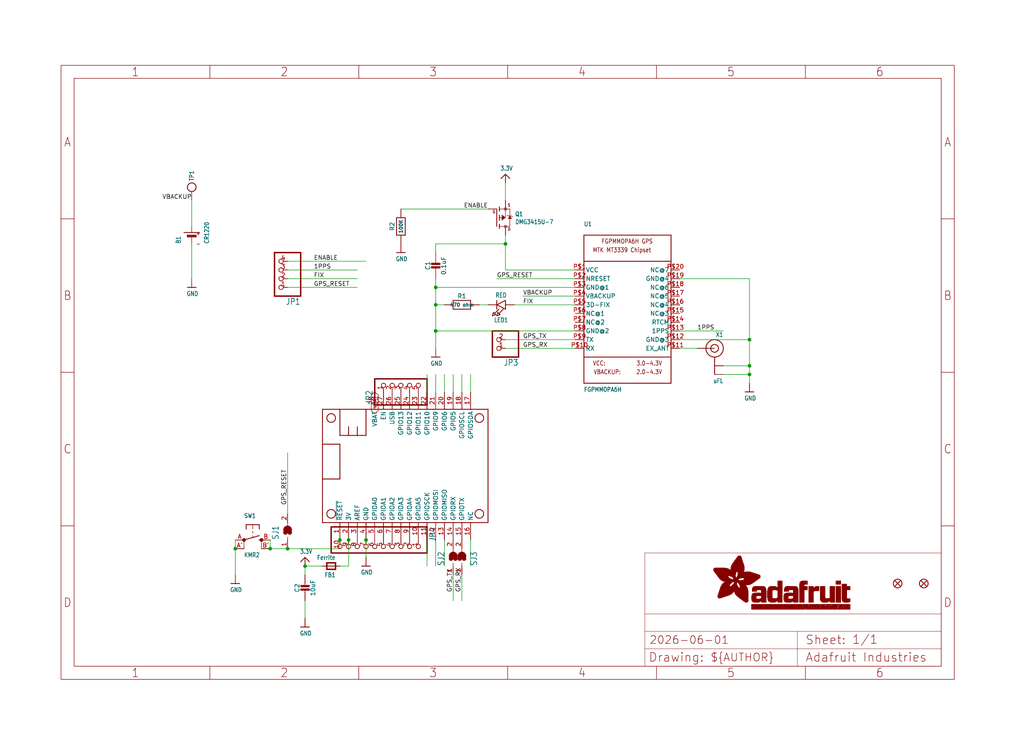
<source format=kicad_sch>
(kicad_sch (version 20230121) (generator eeschema)
  (paper "User" 298.45 217.322)
  (lib_symbols
    (symbol "working-eagle-import:3.3V" (power)
      (property "Value" "3.3V" (at -1.524 1.016 0))
      (symbol "3.3V_1_0"
        (pin power_in line (at 0 -2.54 90) (length 2.54) (name "3.3V") (number "1"))
      )
    )
    (symbol "working-eagle-import:ANTENNA_U.FL"
      (property "Reference" "X" (at -2.54 3.302 0))
      (symbol "ANTENNA_U.FL_1_0"
        (pin passive line (at -2.54 -5.08 0) (length 2.54) (name "GND@0") (number "1"))
        (pin passive line (at -2.54 -7.62 0) (length 2.54) (name "GND@1") (number "2"))
        (pin passive line (at 5.08 0 180) (length 5.08) (name "SIGNAL") (number "3"))
      )
    )
    (symbol "working-eagle-import:BATTERYCR1220_2"
      (property "Reference" "B" (at -2.54 3.175 0))
      (symbol "BATTERYCR1220_2_1_0"
        (text "+" (at 1.27 -1.143 900) (effects (font (size 1.27 1.0795)) (justify right top)))
        (text "-" (at -1.778 -1.143 900) (effects (font (size 1.27 1.0795)) (justify right top)))
        (pin passive line (at 2.54 0 180) (length 0) (name "+") (number "+"))
        (pin passive line (at -2.54 0 0) (length 0) (name "-") (number "-"))
      )
    )
    (symbol "working-eagle-import:CAP_CERAMIC0805-NOOUTLINE"
      (property "Reference" "C" (at -2.29 1.25 90))
      (symbol "CAP_CERAMIC0805-NOOUTLINE_1_0"
        (pin passive line (at 0 5.08 270) (length 2.54) (name "1") (number "1"))
        (pin passive line (at 0 -2.54 90) (length 2.54) (name "2") (number "2"))
      )
    )
    (symbol "working-eagle-import:FEATHERWING"
      (symbol "FEATHERWING_1_0"
        (pin input line (at 5.08 -5.08 90) (length 5.08) (name "~{RESET}") (number "1"))
        (pin bidirectional line (at 27.94 -5.08 90) (length 5.08) (name "GPIOA5") (number "10"))
        (pin bidirectional line (at 30.48 -5.08 90) (length 5.08) (name "GPIOSCK") (number "11"))
        (pin bidirectional line (at 33.02 -5.08 90) (length 5.08) (name "GPIOMOSI") (number "12"))
        (pin bidirectional line (at 35.56 -5.08 90) (length 5.08) (name "GPIOMISO") (number "13"))
        (pin bidirectional line (at 38.1 -5.08 90) (length 5.08) (name "GPIORX") (number "14"))
        (pin bidirectional line (at 40.64 -5.08 90) (length 5.08) (name "GPIOTX") (number "15"))
        (pin passive line (at 43.18 -5.08 90) (length 5.08) (name "NC") (number "16"))
        (pin bidirectional line (at 43.18 38.1 270) (length 5.08) (name "GPIOSDA") (number "17"))
        (pin bidirectional line (at 40.64 38.1 270) (length 5.08) (name "GPIOSCL") (number "18"))
        (pin bidirectional line (at 38.1 38.1 270) (length 5.08) (name "GPIO5") (number "19"))
        (pin power_in line (at 7.62 -5.08 90) (length 5.08) (name "3V") (number "2"))
        (pin bidirectional line (at 35.56 38.1 270) (length 5.08) (name "GPIO6") (number "20"))
        (pin bidirectional line (at 33.02 38.1 270) (length 5.08) (name "GPIO9") (number "21"))
        (pin bidirectional line (at 30.48 38.1 270) (length 5.08) (name "GPIO10") (number "22"))
        (pin bidirectional line (at 27.94 38.1 270) (length 5.08) (name "GPIO11") (number "23"))
        (pin bidirectional line (at 25.4 38.1 270) (length 5.08) (name "GPIO12") (number "24"))
        (pin bidirectional line (at 22.86 38.1 270) (length 5.08) (name "GPIO13") (number "25"))
        (pin power_in line (at 20.32 38.1 270) (length 5.08) (name "USB") (number "26"))
        (pin passive line (at 17.78 38.1 270) (length 5.08) (name "EN") (number "27"))
        (pin power_in line (at 15.24 38.1 270) (length 5.08) (name "VBAT") (number "28"))
        (pin passive line (at 10.16 -5.08 90) (length 5.08) (name "AREF") (number "3"))
        (pin power_in line (at 12.7 -5.08 90) (length 5.08) (name "GND") (number "4"))
        (pin bidirectional line (at 15.24 -5.08 90) (length 5.08) (name "GPIOA0") (number "5"))
        (pin bidirectional line (at 17.78 -5.08 90) (length 5.08) (name "GPIOA1") (number "6"))
        (pin bidirectional line (at 20.32 -5.08 90) (length 5.08) (name "GPIOA2") (number "7"))
        (pin bidirectional line (at 22.86 -5.08 90) (length 5.08) (name "GPIOA3") (number "8"))
        (pin bidirectional line (at 25.4 -5.08 90) (length 5.08) (name "GPIOA4") (number "9"))
      )
    )
    (symbol "working-eagle-import:FERRITE-0805NO"
      (property "Reference" "FB" (at -1.27 1.905 0))
      (symbol "FERRITE-0805NO_1_0"
        (pin passive line (at -2.54 0 0) (length 2.54) (name "P$1") (number "1"))
        (pin passive line (at 2.54 0 180) (length 2.54) (name "P$2") (number "2"))
      )
    )
    (symbol "working-eagle-import:FIDUCIAL{dblquote}{dblquote}")
    (symbol "working-eagle-import:FRAME_A4_ADAFRUIT"
      (symbol "FRAME_A4_ADAFRUIT_1_0"
        (text "${#}/${##}" (at 230.505 10.16 0) (effects (font (size 2.54 2.54)) (justify left bottom)))
        (text "${AUTHOR}" (at 189.23 5.08 0) (effects (font (size 2.286 2.286)) (justify left bottom)))
        (text "${CURRENT_DATE}" (at 171.45 10.16 0) (effects (font (size 2.286 2.286)) (justify left bottom)))
        (text "${PROJECTNAME}" (at 171.45 15.24 0) (effects (font (size 2.54 2.54)) (justify left bottom)))
        (text "1" (at 21.6958 1.905 0) (effects (font (size 2.54 2.286))))
        (text "1" (at 21.6958 177.165 0) (effects (font (size 2.54 2.286))))
        (text "2" (at 65.0875 1.905 0) (effects (font (size 2.54 2.286))))
        (text "2" (at 65.0875 177.165 0) (effects (font (size 2.54 2.286))))
        (text "3" (at 108.4792 1.905 0) (effects (font (size 2.54 2.286))))
        (text "3" (at 108.4792 177.165 0) (effects (font (size 2.54 2.286))))
        (text "4" (at 151.8708 1.905 0) (effects (font (size 2.54 2.286))))
        (text "4" (at 151.8708 177.165 0) (effects (font (size 2.54 2.286))))
        (text "5" (at 195.2625 1.905 0) (effects (font (size 2.54 2.286))))
        (text "5" (at 195.2625 177.165 0) (effects (font (size 2.54 2.286))))
        (text "6" (at 238.6542 1.905 0) (effects (font (size 2.54 2.286))))
        (text "6" (at 238.6542 177.165 0) (effects (font (size 2.54 2.286))))
        (text "A" (at 1.905 156.6863 0) (effects (font (size 2.54 2.286))))
        (text "A" (at 258.445 156.6863 0) (effects (font (size 2.54 2.286))))
        (text "Adafruit Industries" (at 216.916 4.953 0) (effects (font (size 2.54 2.54)) (justify left bottom)))
        (text "B" (at 1.905 111.9188 0) (effects (font (size 2.54 2.286))))
        (text "B" (at 258.445 111.9188 0) (effects (font (size 2.54 2.286))))
        (text "C" (at 1.905 67.1513 0) (effects (font (size 2.54 2.286))))
        (text "C" (at 258.445 67.1513 0) (effects (font (size 2.54 2.286))))
        (text "D" (at 1.905 22.3838 0) (effects (font (size 2.54 2.286))))
        (text "D" (at 258.445 22.3838 0) (effects (font (size 2.54 2.286))))
        (text "Drawing:" (at 171.196 4.953 0) (effects (font (size 2.54 2.54)) (justify left bottom)))
        (text "Sheet:" (at 216.916 10.033 0) (effects (font (size 2.54 2.54)) (justify left bottom)))
      )
    )
    (symbol "working-eagle-import:GND" (power)
      (property "Value" "GND" (at -1.524 -2.54 0))
      (symbol "GND_1_0"
        (pin power_in line (at 0 2.54 270) (length 2.54) (name "GND") (number "1"))
      )
    )
    (symbol "working-eagle-import:GPS_FGPMMOPA6H"
      (property "Reference" "U" (at -12.7 22.86 0))
      (symbol "GPS_FGPMMOPA6H_1_0"
        (text "2.0-4.3V" (at 2.54 -20.32 0) (effects (font (size 1.27 1.0795)) (justify left bottom)))
        (text "3.0-4.3V" (at 2.54 -17.78 0) (effects (font (size 1.27 1.0795)) (justify left bottom)))
        (text "FGPMMOPA6H GPS" (at -7.62 17.78 0) (effects (font (size 1.27 1.0795)) (justify left bottom)))
        (text "MTK MT3339 Chipset" (at -10.16 15.24 0) (effects (font (size 1.27 1.0795)) (justify left bottom)))
        (text "VBACKUP:" (at -9.906 -20.32 0) (effects (font (size 1.27 1.0795)) (justify left bottom)))
        (text "VCC:" (at -10.16 -17.78 0) (effects (font (size 1.27 1.0795)) (justify left bottom)))
        (pin bidirectional line (at -15.24 10.16 0) (length 2.54) (name "VCC") (number "P$1"))
        (pin bidirectional line (at -15.24 -12.7 0) (length 2.54) (name "RX") (number "P$10"))
        (pin bidirectional line (at 15.24 -12.7 180) (length 2.54) (name "EX_ANT") (number "P$11"))
        (pin bidirectional line (at 15.24 -10.16 180) (length 2.54) (name "GND@3") (number "P$12"))
        (pin bidirectional line (at 15.24 -7.62 180) (length 2.54) (name "1PPS") (number "P$13"))
        (pin bidirectional line (at 15.24 -5.08 180) (length 2.54) (name "RTCM") (number "P$14"))
        (pin bidirectional line (at 15.24 -2.54 180) (length 2.54) (name "NC@3") (number "P$15"))
        (pin bidirectional line (at 15.24 0 180) (length 2.54) (name "NC@4") (number "P$16"))
        (pin bidirectional line (at 15.24 2.54 180) (length 2.54) (name "NC@5") (number "P$17"))
        (pin bidirectional line (at 15.24 5.08 180) (length 2.54) (name "NC@6") (number "P$18"))
        (pin bidirectional line (at 15.24 7.62 180) (length 2.54) (name "GND@4") (number "P$19"))
        (pin bidirectional line (at -15.24 7.62 0) (length 2.54) (name "NRESET") (number "P$2"))
        (pin bidirectional line (at 15.24 10.16 180) (length 2.54) (name "NC@7") (number "P$20"))
        (pin bidirectional line (at -15.24 5.08 0) (length 2.54) (name "GND@1") (number "P$3"))
        (pin bidirectional line (at -15.24 2.54 0) (length 2.54) (name "VBACKUP") (number "P$4"))
        (pin bidirectional line (at -15.24 0 0) (length 2.54) (name "3D-FIX") (number "P$5"))
        (pin bidirectional line (at -15.24 -2.54 0) (length 2.54) (name "NC@1") (number "P$6"))
        (pin bidirectional line (at -15.24 -5.08 0) (length 2.54) (name "NC@2") (number "P$7"))
        (pin bidirectional line (at -15.24 -7.62 0) (length 2.54) (name "GND@2") (number "P$8"))
        (pin bidirectional line (at -15.24 -10.16 0) (length 2.54) (name "TX") (number "P$9"))
      )
    )
    (symbol "working-eagle-import:HEADER-1X10ROUND"
      (property "Reference" "JP" (at -6.35 13.335 0))
      (symbol "HEADER-1X10ROUND_1_0"
        (pin passive inverted (at -2.54 10.16 0) (length 2.54) (name "1") (number "1"))
        (pin passive inverted (at -2.54 -12.7 0) (length 2.54) (name "10") (number "10"))
        (pin passive inverted (at -2.54 7.62 0) (length 2.54) (name "2") (number "2"))
        (pin passive inverted (at -2.54 5.08 0) (length 2.54) (name "3") (number "3"))
        (pin passive inverted (at -2.54 2.54 0) (length 2.54) (name "4") (number "4"))
        (pin passive inverted (at -2.54 0 0) (length 2.54) (name "5") (number "5"))
        (pin passive inverted (at -2.54 -2.54 0) (length 2.54) (name "6") (number "6"))
        (pin passive inverted (at -2.54 -5.08 0) (length 2.54) (name "7") (number "7"))
        (pin passive inverted (at -2.54 -7.62 0) (length 2.54) (name "8") (number "8"))
        (pin passive inverted (at -2.54 -10.16 0) (length 2.54) (name "9") (number "9"))
      )
    )
    (symbol "working-eagle-import:HEADER-1X2ROUND"
      (property "Reference" "JP" (at -6.35 5.715 0))
      (symbol "HEADER-1X2ROUND_1_0"
        (pin passive inverted (at -2.54 2.54 0) (length 2.54) (name "1") (number "1"))
        (pin passive inverted (at -2.54 0 0) (length 2.54) (name "2") (number "2"))
      )
    )
    (symbol "working-eagle-import:HEADER-1X4ROUND"
      (property "Reference" "JP" (at -6.35 8.255 0))
      (symbol "HEADER-1X4ROUND_1_0"
        (pin passive inverted (at -2.54 5.08 0) (length 2.54) (name "1") (number "1"))
        (pin passive inverted (at -2.54 2.54 0) (length 2.54) (name "2") (number "2"))
        (pin passive inverted (at -2.54 0 0) (length 2.54) (name "3") (number "3"))
        (pin passive inverted (at -2.54 -2.54 0) (length 2.54) (name "4") (number "4"))
      )
    )
    (symbol "working-eagle-import:HEADER-1X570MIL"
      (property "Reference" "JP" (at -6.35 8.255 0))
      (symbol "HEADER-1X570MIL_1_0"
        (pin passive inverted (at -2.54 5.08 0) (length 2.54) (name "1") (number "1"))
        (pin passive inverted (at -2.54 2.54 0) (length 2.54) (name "2") (number "2"))
        (pin passive inverted (at -2.54 0 0) (length 2.54) (name "3") (number "3"))
        (pin passive inverted (at -2.54 -2.54 0) (length 2.54) (name "4") (number "4"))
        (pin passive inverted (at -2.54 -5.08 0) (length 2.54) (name "5") (number "5"))
      )
    )
    (symbol "working-eagle-import:LED0805_NOOUTLINE"
      (property "Reference" "D" (at -1.27 4.445 0))
      (symbol "LED0805_NOOUTLINE_1_0"
        (pin passive line (at -5.08 0 0) (length 2.54) (name "A") (number "A"))
        (pin passive line (at 2.54 0 180) (length 2.54) (name "C") (number "C"))
      )
    )
    (symbol "working-eagle-import:MOSFET-PWIDE"
      (property "Reference" "Q" (at 2.794 0.381 0))
      (symbol "MOSFET-PWIDE_1_0"
        (text "D" (at 0.635 -3.81 0) (effects (font (size 0.8128 0.6908)) (justify left bottom)))
        (text "G" (at -3.81 1.27 0) (effects (font (size 0.8128 0.6908)) (justify left bottom)))
        (text "S" (at 0.635 3.175 0) (effects (font (size 0.8128 0.6908)) (justify left bottom)))
        (pin passive line (at -5.08 2.54 0) (length 2.54) (name "G") (number "1"))
        (pin passive line (at 0 5.08 270) (length 2.54) (name "S") (number "2"))
        (pin passive line (at 0 -5.08 90) (length 2.54) (name "D") (number "3"))
      )
    )
    (symbol "working-eagle-import:RESISTOR0805_NOOUTLINE"
      (property "Reference" "R" (at 0 2.54 0))
      (symbol "RESISTOR0805_NOOUTLINE_1_0"
        (pin passive line (at -5.08 0 0) (length 2.54) (name "1") (number "1"))
        (pin passive line (at 5.08 0 180) (length 2.54) (name "2") (number "2"))
      )
    )
    (symbol "working-eagle-import:SOLDERJUMPER"
      (property "Reference" "SJ" (at -2.54 2.54 0))
      (symbol "SOLDERJUMPER_1_0"
        (pin passive line (at -5.08 0 0) (length 2.54) (name "1") (number "1"))
        (pin passive line (at 5.08 0 180) (length 2.54) (name "2") (number "2"))
      )
    )
    (symbol "working-eagle-import:SOLDERJUMPERCLOSED"
      (property "Reference" "SJ" (at -2.54 2.54 0))
      (symbol "SOLDERJUMPERCLOSED_1_0"
        (pin passive line (at -5.08 0 0) (length 2.54) (name "1") (number "1"))
        (pin passive line (at 5.08 0 180) (length 2.54) (name "2") (number "2"))
      )
    )
    (symbol "working-eagle-import:SWITCH_TACT_SMT4.6X2.8"
      (property "Reference" "SW" (at -2.54 6.35 0))
      (symbol "SWITCH_TACT_SMT4.6X2.8_1_0"
        (pin passive line (at -5.08 0 0) (length 2.54) (name "P") (number "A"))
        (pin passive line (at -5.08 -2.54 0) (length 2.54) (name "P1") (number "A'"))
        (pin passive line (at 5.08 0 180) (length 2.54) (name "S") (number "B"))
        (pin passive line (at 5.08 -2.54 180) (length 2.54) (name "S1") (number "B'"))
      )
    )
    (symbol "working-eagle-import:TESTPOINTROUND1.5MM"
      (property "Reference" "TP" (at 0 5.588 90))
      (symbol "TESTPOINTROUND1.5MM_1_0"
        (pin bidirectional line (at 0 0 90) (length 2.54) (name "P$1") (number "P$1"))
      )
    )
  )
  (junction (at 127 88.9))
  (junction (at 127 83.82))
  (junction (at 147.32 71.12))
  (junction (at 78.74 160.02))
  (junction (at 218.44 99.06))
  (junction (at 101.6 157.48))
  (junction (at 68.58 160.02))
  (junction (at 218.44 109.22))
  (junction (at 106.68 157.48))
  (junction (at 218.44 106.68))
  (junction (at 127 96.52))
  (junction (at 88.9 165.1))
  (junction (at 99.06 157.48))
  (junction (at 83.82 160.02))
  (wire (pts (xy 101.6 165.1) (xy 99.06 165.1)) (stroke (width 0.1524)))
  (wire (pts (xy 55.88 66.04) (xy 55.88 58.42)) (stroke (width 0.1524)))
  (wire (pts (xy 127 73.66) (xy 127 71.12)) (stroke (width 0.1524)))
  (wire (pts (xy 167.64 86.36) (xy 152.4 86.36)) (stroke (width 0.1524)))
  (wire (pts (xy 78.74 157.48) (xy 78.74 160.02)) (stroke (width 0.1524)))
  (wire (pts (xy 198.12 81.28) (xy 218.44 81.28)) (stroke (width 0.1524)))
  (wire (pts (xy 101.6 157.48) (xy 101.6 165.1)) (stroke (width 0.1524)))
  (wire (pts (xy 218.44 81.28) (xy 218.44 99.06)) (stroke (width 0.1524)))
  (wire (pts (xy 134.62 167.64) (xy 134.62 175.26)) (stroke (width 0.1524)))
  (wire (pts (xy 167.64 81.28) (xy 144.78 81.28)) (stroke (width 0.1524)))
  (wire (pts (xy 124.46 157.48) (xy 124.46 165.1)) (stroke (width 0.1524)))
  (wire (pts (xy 99.06 160.02) (xy 99.06 157.48)) (stroke (width 0.1524)))
  (wire (pts (xy 88.9 165.1) (xy 88.9 167.64)) (stroke (width 0.1524)))
  (wire (pts (xy 198.12 101.6) (xy 203.2 101.6)) (stroke (width 0.1524)))
  (wire (pts (xy 218.44 106.68) (xy 218.44 109.22)) (stroke (width 0.1524)))
  (wire (pts (xy 104.14 83.82) (xy 83.82 83.82)) (stroke (width 0.1524)))
  (wire (pts (xy 129.54 157.48) (xy 129.54 165.1)) (stroke (width 0.1524)))
  (wire (pts (xy 78.74 160.02) (xy 83.82 160.02)) (stroke (width 0.1524)))
  (wire (pts (xy 167.64 83.82) (xy 127 83.82)) (stroke (width 0.1524)))
  (wire (pts (xy 127 88.9) (xy 127 96.52)) (stroke (width 0.1524)))
  (wire (pts (xy 198.12 96.52) (xy 210.82 96.52)) (stroke (width 0.1524)))
  (wire (pts (xy 167.64 88.9) (xy 149.86 88.9)) (stroke (width 0.1524)))
  (wire (pts (xy 210.82 106.68) (xy 218.44 106.68)) (stroke (width 0.1524)))
  (wire (pts (xy 127 83.82) (xy 127 88.9)) (stroke (width 0.1524)))
  (wire (pts (xy 210.82 109.22) (xy 218.44 109.22)) (stroke (width 0.1524)))
  (wire (pts (xy 137.16 109.22) (xy 137.16 114.3)) (stroke (width 0.1524)))
  (wire (pts (xy 129.54 109.22) (xy 129.54 114.3)) (stroke (width 0.1524)))
  (wire (pts (xy 83.82 81.28) (xy 104.14 81.28)) (stroke (width 0.1524)))
  (wire (pts (xy 132.08 109.22) (xy 132.08 114.3)) (stroke (width 0.1524)))
  (wire (pts (xy 167.64 96.52) (xy 127 96.52)) (stroke (width 0.1524)))
  (wire (pts (xy 127 109.22) (xy 127 114.3)) (stroke (width 0.1524)))
  (wire (pts (xy 93.98 165.1) (xy 88.9 165.1)) (stroke (width 0.1524)))
  (wire (pts (xy 83.82 149.86) (xy 83.82 132.08)) (stroke (width 0.1524)))
  (wire (pts (xy 129.54 88.9) (xy 127 88.9)) (stroke (width 0.1524)))
  (wire (pts (xy 134.62 109.22) (xy 134.62 114.3)) (stroke (width 0.1524)))
  (wire (pts (xy 127 71.12) (xy 147.32 71.12)) (stroke (width 0.1524)))
  (wire (pts (xy 167.64 99.06) (xy 147.32 99.06)) (stroke (width 0.1524)))
  (wire (pts (xy 147.32 71.12) (xy 147.32 78.74)) (stroke (width 0.1524)))
  (wire (pts (xy 218.44 109.22) (xy 218.44 111.76)) (stroke (width 0.1524)))
  (wire (pts (xy 142.24 60.96) (xy 116.84 60.96)) (stroke (width 0.1524)))
  (wire (pts (xy 167.64 101.6) (xy 147.32 101.6)) (stroke (width 0.1524)))
  (wire (pts (xy 55.88 71.12) (xy 55.88 81.28)) (stroke (width 0.1524)))
  (wire (pts (xy 127 81.28) (xy 127 83.82)) (stroke (width 0.1524)))
  (wire (pts (xy 83.82 160.02) (xy 99.06 160.02)) (stroke (width 0.1524)))
  (wire (pts (xy 147.32 53.34) (xy 147.32 58.42)) (stroke (width 0.1524)))
  (wire (pts (xy 147.32 68.58) (xy 147.32 71.12)) (stroke (width 0.1524)))
  (wire (pts (xy 132.08 167.64) (xy 132.08 175.26)) (stroke (width 0.1524)))
  (wire (pts (xy 127 157.48) (xy 127 165.1)) (stroke (width 0.1524)))
  (wire (pts (xy 88.9 175.26) (xy 88.9 180.34)) (stroke (width 0.1524)))
  (wire (pts (xy 68.58 160.02) (xy 68.58 167.64)) (stroke (width 0.1524)))
  (wire (pts (xy 83.82 78.74) (xy 104.14 78.74)) (stroke (width 0.1524)))
  (wire (pts (xy 137.16 157.48) (xy 137.16 165.1)) (stroke (width 0.1524)))
  (wire (pts (xy 106.68 162.56) (xy 106.68 157.48)) (stroke (width 0.1524)))
  (wire (pts (xy 68.58 157.48) (xy 68.58 160.02)) (stroke (width 0.1524)))
  (wire (pts (xy 167.64 78.74) (xy 147.32 78.74)) (stroke (width 0.1524)))
  (wire (pts (xy 124.46 109.22) (xy 124.46 114.3)) (stroke (width 0.1524)))
  (wire (pts (xy 83.82 76.2) (xy 106.68 76.2)) (stroke (width 0.1524)))
  (wire (pts (xy 198.12 99.06) (xy 218.44 99.06)) (stroke (width 0.1524)))
  (wire (pts (xy 218.44 99.06) (xy 218.44 106.68)) (stroke (width 0.1524)))
  (wire (pts (xy 127 96.52) (xy 127 101.6)) (stroke (width 0.1524)))
  (wire (pts (xy 142.24 88.9) (xy 139.7 88.9)) (stroke (width 0.1524)))
  (label "VBACKUP" (at 152.4 86.36 0) (effects (font (size 1.2446 1.2446))))
  (label "GPS_RX" (at 152.4 101.6 0) (effects (font (size 1.2446 1.2446))))
  (label "GPS_RESET" (at 91.44 83.82 0) (effects (font (size 1.2446 1.2446))))
  (label "GPS_RESET" (at 144.78 81.28 0) (effects (font (size 1.2446 1.2446))))
  (label "ENABLE" (at 91.44 76.2 0) (effects (font (size 1.2446 1.2446))))
  (label "FIX" (at 91.44 81.28 0) (effects (font (size 1.2446 1.2446))))
  (label "1PPS" (at 203.2 96.52 0) (effects (font (size 1.2446 1.2446))))
  (label "GPS_TX" (at 152.4 99.06 0) (effects (font (size 1.2446 1.2446))))
  (label "GPS_RESET" (at 83.82 147.32 90) (effects (font (size 1.2446 1.2446))))
  (label "ENABLE" (at 142.24 60.96 180) (effects (font (size 1.2446 1.2446))))
  (label "GPS_TX" (at 132.08 172.72 90) (effects (font (size 1.2446 1.2446))))
  (label "GPS_RX" (at 134.62 172.72 90) (effects (font (size 1.2446 1.2446))))
  (label "1PPS" (at 91.44 78.74 0) (effects (font (size 1.2446 1.2446))))
  (label "VBACKUP" (at 55.88 58.42 180) (effects (font (size 1.2446 1.2446))))
  (label "FIX" (at 152.4 88.9 0) (effects (font (size 1.2446 1.2446))))
  (global_label "VBAT" (shape bidirectional) (at 109.22 114.3 270) (effects (font (size 1.016 1.016))) (property "Intersheetrefs" "${INTERSHEET_REFS}" (effects hide)))
  (symbol (lib_id "working-eagle-import:FEATHERWING") (at 93.98 152.4 0) (unit 1)
    (property "Reference" "MS1" (effects hide))
    (property "Value" "FEATHERWING" (effects hide))
    (property "Footprint" "working:FEATHERWING" (effects hide))
  )
  (symbol (lib_id "working-eagle-import:GND") (at 127 104.14 0) (unit 1)
    (property "Reference" "#U$2" (effects hide))
    (property "Value" "GND" (at 125.476 106.68 0) (effects (font (size 1.27 1.0795)) (justify left bottom)))
  )
  (symbol (lib_id "working-eagle-import:SOLDERJUMPER") (at 83.82 154.94 90) (unit 1)
    (property "Reference" "SJ1" (at 81.28 157.48 0) (effects (font (size 1.778 1.5113)) (justify left bottom)))
    (property "Value" "SOLDERJUMPER" (effects hide))
    (property "Footprint" "working:SOLDERJUMPER_ARROW_NOPASTE" (effects hide))
  )
  (symbol (lib_id "working-eagle-import:LED0805_NOOUTLINE") (at 144.78 88.9 180) (unit 1)
    (property "Reference" "LED1" (at 146.05 93.345 0) (effects (font (size 1.27 1.0795))))
    (property "Value" "RED" (at 146.05 86.106 0) (effects (font (size 1.27 1.0795))))
    (property "Footprint" "working:CHIPLED_0805_NOOUTLINE" (effects hide))
  )
  (symbol (lib_id "working-eagle-import:SWITCH_TACT_SMT4.6X2.8") (at 73.66 157.48 0) (unit 1)
    (property "Reference" "SW1" (at 71.12 151.13 0) (effects (font (size 1.27 1.0795)) (justify left bottom)))
    (property "Value" "KMR2" (at 71.12 162.56 0) (effects (font (size 1.27 1.0795)) (justify left bottom)))
    (property "Footprint" "working:BTN_KMR2_4.6X2.8" (effects hide))
  )
  (symbol (lib_id "working-eagle-import:SOLDERJUMPERCLOSED") (at 132.08 162.56 90) (unit 1)
    (property "Reference" "SJ2" (at 129.54 165.1 0) (effects (font (size 1.778 1.5113)) (justify left bottom)))
    (property "Value" "SOLDERJUMPERCLOSED" (effects hide))
    (property "Footprint" "working:SOLDERJUMPER_CLOSEDWIRE" (effects hide))
  )
  (symbol (lib_id "working-eagle-import:CAP_CERAMIC0805-NOOUTLINE") (at 127 78.74 0) (unit 1)
    (property "Reference" "C1" (at 124.71 77.49 90))
    (property "Value" "0.1uF" (at 129.3 77.49 90))
    (property "Footprint" "working:0805-NO" (effects hide))
  )
  (symbol (lib_id "working-eagle-import:MOSFET-PWIDE") (at 147.32 63.5 0) (unit 1)
    (property "Reference" "Q1" (at 150.114 63.119 0) (effects (font (size 1.27 1.0795)) (justify left bottom)))
    (property "Value" "DMG3415U-7 " (at 150.114 65.405 0) (effects (font (size 1.27 1.0795)) (justify left bottom)))
    (property "Footprint" "working:SOT23-WIDE" (effects hide))
  )
  (symbol (lib_id "working-eagle-import:GND") (at 116.84 73.66 0) (unit 1)
    (property "Reference" "#U$7" (effects hide))
    (property "Value" "GND" (at 115.316 76.2 0) (effects (font (size 1.27 1.0795)) (justify left bottom)))
  )
  (symbol (lib_id "working-eagle-import:GND") (at 88.9 182.88 0) (unit 1)
    (property "Reference" "#U$5" (effects hide))
    (property "Value" "GND" (at 87.376 185.42 0) (effects (font (size 1.27 1.0795)) (justify left bottom)))
  )
  (symbol (lib_id "working-eagle-import:GND") (at 55.88 83.82 0) (unit 1)
    (property "Reference" "#U$14" (effects hide))
    (property "Value" "GND" (at 54.356 86.36 0) (effects (font (size 1.27 1.0795)) (justify left bottom)))
  )
  (symbol (lib_id "working-eagle-import:FIDUCIAL{dblquote}{dblquote}") (at 261.62 170.18 0) (unit 1)
    (property "Reference" "FID2" (effects hide))
    (property "Value" "FIDUCIAL{dblquote}{dblquote}" (effects hide))
    (property "Footprint" "working:FIDUCIAL_1MM" (effects hide))
  )
  (symbol (lib_id "working-eagle-import:GPS_FGPMMOPA6H") (at 182.88 88.9 0) (unit 1)
    (property "Reference" "U1" (at 170.18 66.04 0) (effects (font (size 1.27 1.0795)) (justify left bottom)))
    (property "Value" "FGPMMOPA6H" (at 170.18 114.3 0) (effects (font (size 1.27 1.0795)) (justify left bottom)))
    (property "Footprint" "working:FGPMMOPA6H" (effects hide))
  )
  (symbol (lib_id "working-eagle-import:RESISTOR0805_NOOUTLINE") (at 116.84 66.04 90) (unit 1)
    (property "Reference" "R2" (at 114.3 66.04 0))
    (property "Value" "100K" (at 116.84 66.04 0) (effects (font (size 1.016 1.016) bold)))
    (property "Footprint" "working:0805-NO" (effects hide))
  )
  (symbol (lib_id "working-eagle-import:BATTERYCR1220_2") (at 55.88 68.58 90) (unit 1)
    (property "Reference" "B1" (at 52.705 71.12 0) (effects (font (size 1.27 1.0795)) (justify left bottom)))
    (property "Value" "CR1220" (at 60.96 71.12 0) (effects (font (size 1.27 1.0795)) (justify left bottom)))
    (property "Footprint" "working:CR1220-2" (effects hide))
  )
  (symbol (lib_id "working-eagle-import:HEADER-1X10ROUND") (at 111.76 160.02 270) (unit 1)
    (property "Reference" "JP4" (at 125.095 153.67 0) (effects (font (size 1.778 1.5113)) (justify left bottom)))
    (property "Value" "HEADER-1X10ROUND" (effects hide))
    (property "Footprint" "working:1X10_ROUND" (effects hide))
  )
  (symbol (lib_id "working-eagle-import:HEADER-1X570MIL") (at 116.84 111.76 90) (unit 1)
    (property "Reference" "JP2" (at 108.585 118.11 0) (effects (font (size 1.778 1.5113)) (justify left bottom)))
    (property "Value" "HEADER-1X570MIL" (effects hide))
    (property "Footprint" "working:1X05_ROUND_70" (effects hide))
  )
  (symbol (lib_id "working-eagle-import:FERRITE-0805NO") (at 96.52 165.1 180) (unit 1)
    (property "Reference" "FB1" (at 97.79 167.005 0) (effects (font (size 1.27 1.0795)) (justify left bottom)))
    (property "Value" "Ferrite" (at 97.79 161.925 0) (effects (font (size 1.27 1.0795)) (justify left bottom)))
    (property "Footprint" "working:0805-NO" (effects hide))
  )
  (symbol (lib_id "working-eagle-import:FRAME_A4_ADAFRUIT") (at 17.78 198.12 0) (unit 1)
    (property "Reference" "#U$1" (effects hide))
    (property "Value" "FRAME_A4_ADAFRUIT" (effects hide))
  )
  (symbol (lib_id "working-eagle-import:FIDUCIAL{dblquote}{dblquote}") (at 269.24 170.18 0) (unit 1)
    (property "Reference" "FID1" (effects hide))
    (property "Value" "FIDUCIAL{dblquote}{dblquote}" (effects hide))
    (property "Footprint" "working:FIDUCIAL_1MM" (effects hide))
  )
  (symbol (lib_id "working-eagle-import:SOLDERJUMPERCLOSED") (at 134.62 162.56 270) (mirror x) (unit 1)
    (property "Reference" "SJ3" (at 137.16 165.1 0) (effects (font (size 1.778 1.5113)) (justify left bottom)))
    (property "Value" "SOLDERJUMPERCLOSED" (effects hide))
    (property "Footprint" "working:SOLDERJUMPER_CLOSEDWIRE" (effects hide))
  )
  (symbol (lib_id "working-eagle-import:HEADER-1X4ROUND") (at 81.28 78.74 180) (unit 1)
    (property "Reference" "JP1" (at 87.63 86.995 0) (effects (font (size 1.778 1.5113)) (justify left bottom)))
    (property "Value" "HEADER-1X4ROUND" (effects hide))
    (property "Footprint" "working:1X04_ROUND" (effects hide))
  )
  (symbol (lib_id "working-eagle-import:GND") (at 68.58 170.18 0) (unit 1)
    (property "Reference" "#U$6" (effects hide))
    (property "Value" "GND" (at 67.056 172.72 0) (effects (font (size 1.27 1.0795)) (justify left bottom)))
  )
  (symbol (lib_id "working-eagle-import:CAP_CERAMIC0805-NOOUTLINE") (at 88.9 172.72 0) (unit 1)
    (property "Reference" "C2" (at 86.61 171.47 90))
    (property "Value" "10uF" (at 91.2 171.47 90))
    (property "Footprint" "working:0805-NO" (effects hide))
  )
  (symbol (lib_id "working-eagle-import:GND") (at 218.44 114.3 0) (unit 1)
    (property "Reference" "#U$19" (effects hide))
    (property "Value" "GND" (at 216.916 116.84 0) (effects (font (size 1.27 1.0795)) (justify left bottom)))
  )
  (symbol (lib_id "working-eagle-import:3.3V") (at 88.9 162.56 0) (unit 1)
    (property "Reference" "#U$3" (effects hide))
    (property "Value" "3.3V" (at 87.376 161.544 0) (effects (font (size 1.27 1.0795)) (justify left bottom)))
  )
  (symbol (lib_id "working-eagle-import:TESTPOINTROUND1.5MM") (at 55.88 58.42 0) (unit 1)
    (property "Reference" "TP1" (at 55.88 52.832 90) (effects (font (size 1.27 1.0795)) (justify left)))
    (property "Value" "TESTPOINTROUND1.5MM" (effects hide))
    (property "Footprint" "working:TESTPOINT_ROUND_1.5MM" (effects hide))
  )
  (symbol (lib_id "working-eagle-import:3.3V") (at 147.32 50.8 0) (unit 1)
    (property "Reference" "#U$4" (effects hide))
    (property "Value" "3.3V" (at 145.796 49.784 0) (effects (font (size 1.27 1.0795)) (justify left bottom)))
  )
  (symbol (lib_id "working-eagle-import:ANTENNA_U.FL") (at 208.28 101.6 0) (mirror y) (unit 1)
    (property "Reference" "X1" (at 210.82 98.298 0) (effects (font (size 1.27 1.0795)) (justify left bottom)))
    (property "Value" "uFL" (at 210.82 111.76 0) (effects (font (size 1.27 1.0795)) (justify left bottom)))
    (property "Footprint" "working:U.FL" (effects hide))
  )
  (symbol (lib_id "working-eagle-import:HEADER-1X2ROUND") (at 144.78 99.06 180) (unit 1)
    (property "Reference" "JP3" (at 151.13 104.775 0) (effects (font (size 1.778 1.5113)) (justify left bottom)))
    (property "Value" "HEADER-1X2ROUND" (effects hide))
    (property "Footprint" "working:1X02_ROUND" (effects hide))
  )
  (symbol (lib_id "working-eagle-import:GND") (at 106.68 165.1 0) (unit 1)
    (property "Reference" "#U$8" (effects hide))
    (property "Value" "GND" (at 105.156 167.64 0) (effects (font (size 1.27 1.0795)) (justify left bottom)))
  )
  (symbol (lib_id "working-eagle-import:RESISTOR0805_NOOUTLINE") (at 134.62 88.9 0) (unit 1)
    (property "Reference" "R1" (at 134.62 86.36 0))
    (property "Value" "470 ohm" (at 134.62 88.9 0) (effects (font (size 1.016 1.016) bold)))
    (property "Footprint" "working:0805-NO" (effects hide))
  )
)
</source>
